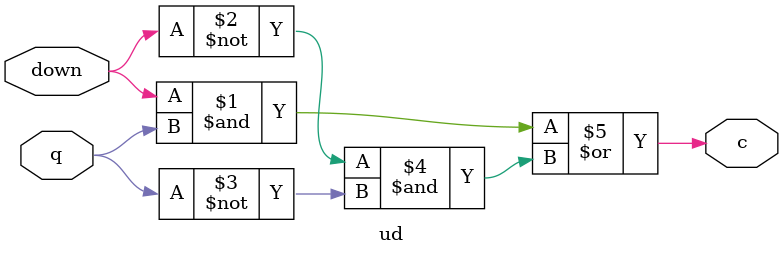
<source format=v>
`timescale 1ns / 1ps
module ud(down, q, c);
    input down,q;
    output c;
    assign c=(down&q)|(~down&~q);
endmodule

</source>
